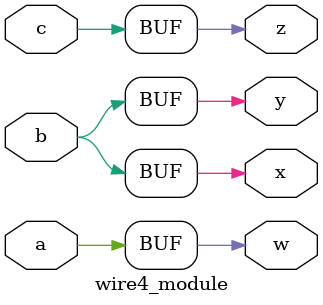
<source format=v>
module wire4_module ( 
	input a, b, c, 
	output w, x, y, z );
	assign w = a;
	assign x = b;
	assign y = b;
	assign z = c;
endmodule 
	
</source>
